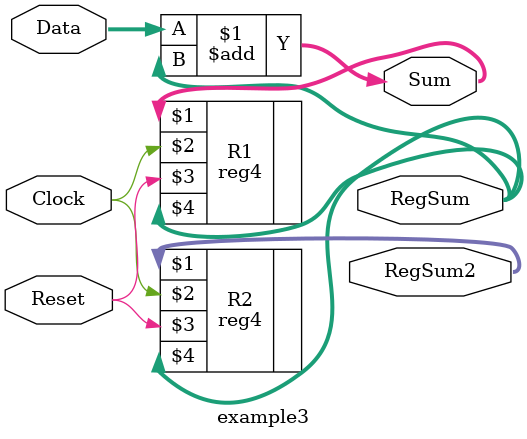
<source format=sv>
module example3(Data, Clock, Reset, RegSum, RegSum2, Sum);
input Clock, Reset;
input [3:0] Data;
output [3:0] Sum, RegSum, RegSum2;
wire [3:0] Sum, RegSum, RegSum2;
reg4 R1 (Sum, Clock, Reset, RegSum);
reg4 R2 (RegSum2, Clock, Reset, RegSum);
assign Sum = Data + RegSum;
endmodule
</source>
